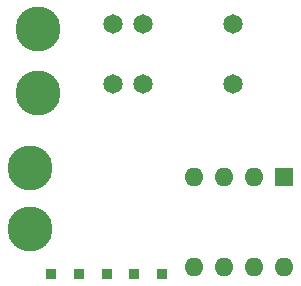
<source format=gbr>
%TF.GenerationSoftware,KiCad,Pcbnew,8.0.1*%
%TF.CreationDate,2024-12-19T13:08:11+01:00*%
%TF.ProjectId,on_off_switch,6f6e5f6f-6666-45f7-9377-697463682e6b,rev?*%
%TF.SameCoordinates,Original*%
%TF.FileFunction,Soldermask,Bot*%
%TF.FilePolarity,Negative*%
%FSLAX46Y46*%
G04 Gerber Fmt 4.6, Leading zero omitted, Abs format (unit mm)*
G04 Created by KiCad (PCBNEW 8.0.1) date 2024-12-19 13:08:11*
%MOMM*%
%LPD*%
G01*
G04 APERTURE LIST*
%ADD10C,3.800000*%
%ADD11R,0.850000X0.850000*%
%ADD12C,1.650000*%
%ADD13R,1.600000X1.600000*%
%ADD14O,1.600000X1.600000*%
G04 APERTURE END LIST*
D10*
%TO.C,+12V*%
X118110000Y-67560000D03*
%TD*%
%TO.C,GND*%
X118090000Y-62330000D03*
%TD*%
D11*
%TO.C,PB1*%
X126950000Y-71350000D03*
%TD*%
D12*
%TO.C,K1*%
X125185000Y-55240000D03*
X127725000Y-55240000D03*
X135345000Y-55240000D03*
X135345000Y-50160000D03*
X127725000Y-50160000D03*
X125185000Y-50160000D03*
%TD*%
D10*
%TO.C,NO*%
X118777500Y-50630000D03*
%TD*%
%TO.C,COM*%
X118777500Y-55980000D03*
%TD*%
D11*
%TO.C,PB4*%
X119920000Y-71350000D03*
%TD*%
%TO.C,PB0*%
X129290000Y-71350000D03*
%TD*%
D13*
%TO.C,U1*%
X139660000Y-63140000D03*
D14*
X137120000Y-63140000D03*
X134580000Y-63140000D03*
X132040000Y-63140000D03*
X132040000Y-70760000D03*
X134580000Y-70760000D03*
X137120000Y-70760000D03*
X139660000Y-70760000D03*
%TD*%
D11*
%TO.C,PB5*%
X122260000Y-71350000D03*
%TD*%
%TO.C,PB2*%
X124600000Y-71360000D03*
%TD*%
M02*

</source>
